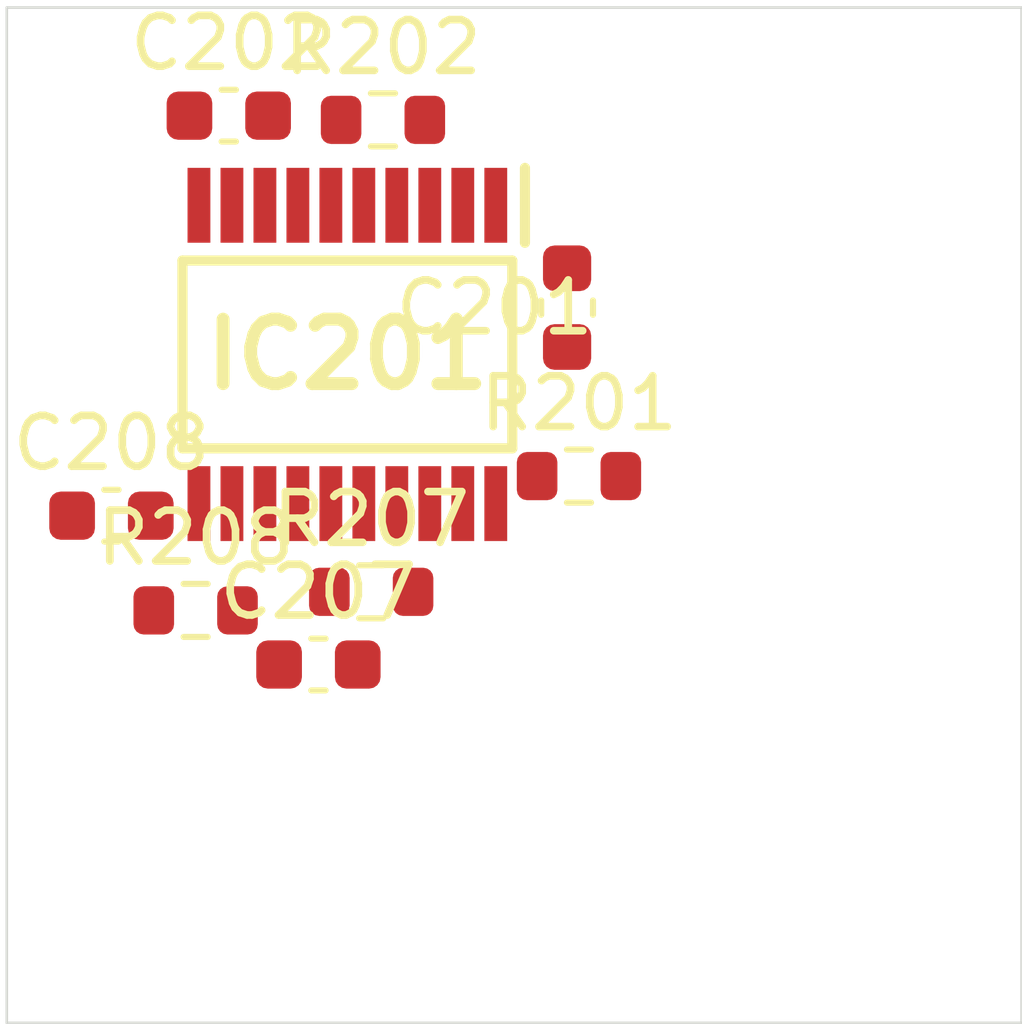
<source format=kicad_pcb>
 ( kicad_pcb  ( version 20171130 )
 ( host pcbnew 5.1.12-84ad8e8a86~92~ubuntu18.04.1 )
 ( general  ( thickness 1.6 )
 ( drawings 4 )
 ( tracks 0 )
 ( zones 0 )
 ( modules 9 )
 ( nets 19 )
)
 ( page A4 )
 ( layers  ( 0 F.Cu signal )
 ( 31 B.Cu signal )
 ( 32 B.Adhes user )
 ( 33 F.Adhes user )
 ( 34 B.Paste user )
 ( 35 F.Paste user )
 ( 36 B.SilkS user )
 ( 37 F.SilkS user )
 ( 38 B.Mask user )
 ( 39 F.Mask user )
 ( 40 Dwgs.User user )
 ( 41 Cmts.User user )
 ( 42 Eco1.User user )
 ( 43 Eco2.User user )
 ( 44 Edge.Cuts user )
 ( 45 Margin user )
 ( 46 B.CrtYd user )
 ( 47 F.CrtYd user )
 ( 48 B.Fab user )
 ( 49 F.Fab user )
)
 ( setup  ( last_trace_width 0.25 )
 ( trace_clearance 0.2 )
 ( zone_clearance 0.508 )
 ( zone_45_only no )
 ( trace_min 0.2 )
 ( via_size 0.8 )
 ( via_drill 0.4 )
 ( via_min_size 0.4 )
 ( via_min_drill 0.3 )
 ( uvia_size 0.3 )
 ( uvia_drill 0.1 )
 ( uvias_allowed no )
 ( uvia_min_size 0.2 )
 ( uvia_min_drill 0.1 )
 ( edge_width 0.05 )
 ( segment_width 0.2 )
 ( pcb_text_width 0.3 )
 ( pcb_text_size 1.5 1.5 )
 ( mod_edge_width 0.12 )
 ( mod_text_size 1 1 )
 ( mod_text_width 0.15 )
 ( pad_size 1.524 1.524 )
 ( pad_drill 0.762 )
 ( pad_to_mask_clearance 0 )
 ( aux_axis_origin 0 0 )
 ( visible_elements FFFFFF7F )
 ( pcbplotparams  ( layerselection 0x010fc_ffffffff )
 ( usegerberextensions false )
 ( usegerberattributes true )
 ( usegerberadvancedattributes true )
 ( creategerberjobfile true )
 ( excludeedgelayer true )
 ( linewidth 0.100000 )
 ( plotframeref false )
 ( viasonmask false )
 ( mode 1 )
 ( useauxorigin false )
 ( hpglpennumber 1 )
 ( hpglpenspeed 20 )
 ( hpglpendiameter 15.000000 )
 ( psnegative false )
 ( psa4output false )
 ( plotreference true )
 ( plotvalue true )
 ( plotinvisibletext false )
 ( padsonsilk false )
 ( subtractmaskfromsilk false )
 ( outputformat 1 )
 ( mirror false )
 ( drillshape 1 )
 ( scaleselection 1 )
 ( outputdirectory "" )
)
)
 ( net 0 "" )
 ( net 1 GND )
 ( net 2 /Sheet6235D886/ch0 )
 ( net 3 /Sheet6235D886/ch1 )
 ( net 4 /Sheet6235D886/ch2 )
 ( net 5 /Sheet6235D886/ch3 )
 ( net 6 /Sheet6235D886/ch4 )
 ( net 7 /Sheet6235D886/ch5 )
 ( net 8 /Sheet6235D886/ch6 )
 ( net 9 /Sheet6235D886/ch7 )
 ( net 10 VDD )
 ( net 11 VDDA )
 ( net 12 /Sheet6235D886/adc_csn )
 ( net 13 /Sheet6235D886/adc_sck )
 ( net 14 /Sheet6235D886/adc_sdi )
 ( net 15 /Sheet6235D886/adc_sdo )
 ( net 16 /Sheet6235D886/vp )
 ( net 17 /Sheet6248AD22/chn0 )
 ( net 18 /Sheet6248AD22/chn3 )
 ( net_class Default "This is the default net class."  ( clearance 0.2 )
 ( trace_width 0.25 )
 ( via_dia 0.8 )
 ( via_drill 0.4 )
 ( uvia_dia 0.3 )
 ( uvia_drill 0.1 )
 ( add_net /Sheet6235D886/adc_csn )
 ( add_net /Sheet6235D886/adc_sck )
 ( add_net /Sheet6235D886/adc_sdi )
 ( add_net /Sheet6235D886/adc_sdo )
 ( add_net /Sheet6235D886/ch0 )
 ( add_net /Sheet6235D886/ch1 )
 ( add_net /Sheet6235D886/ch2 )
 ( add_net /Sheet6235D886/ch3 )
 ( add_net /Sheet6235D886/ch4 )
 ( add_net /Sheet6235D886/ch5 )
 ( add_net /Sheet6235D886/ch6 )
 ( add_net /Sheet6235D886/ch7 )
 ( add_net /Sheet6235D886/vp )
 ( add_net /Sheet6248AD22/chn0 )
 ( add_net /Sheet6248AD22/chn3 )
 ( add_net GND )
 ( add_net VDD )
 ( add_net VDDA )
)
 ( module Capacitor_SMD:C_0603_1608Metric  ( layer F.Cu )
 ( tedit 5F68FEEE )
 ( tstamp 6234222D )
 ( at 91.042600 105.911000 90.000000 )
 ( descr "Capacitor SMD 0603 (1608 Metric), square (rectangular) end terminal, IPC_7351 nominal, (Body size source: IPC-SM-782 page 76, https://www.pcb-3d.com/wordpress/wp-content/uploads/ipc-sm-782a_amendment_1_and_2.pdf), generated with kicad-footprint-generator" )
 ( tags capacitor )
 ( path /6235D887/623691C5 )
 ( attr smd )
 ( fp_text reference C201  ( at 0 -1.43 )
 ( layer F.SilkS )
 ( effects  ( font  ( size 1 1 )
 ( thickness 0.15 )
)
)
)
 ( fp_text value 0.1uF  ( at 0 1.43 )
 ( layer F.Fab )
 ( effects  ( font  ( size 1 1 )
 ( thickness 0.15 )
)
)
)
 ( fp_line  ( start -0.8 0.4 )
 ( end -0.8 -0.4 )
 ( layer F.Fab )
 ( width 0.1 )
)
 ( fp_line  ( start -0.8 -0.4 )
 ( end 0.8 -0.4 )
 ( layer F.Fab )
 ( width 0.1 )
)
 ( fp_line  ( start 0.8 -0.4 )
 ( end 0.8 0.4 )
 ( layer F.Fab )
 ( width 0.1 )
)
 ( fp_line  ( start 0.8 0.4 )
 ( end -0.8 0.4 )
 ( layer F.Fab )
 ( width 0.1 )
)
 ( fp_line  ( start -0.14058 -0.51 )
 ( end 0.14058 -0.51 )
 ( layer F.SilkS )
 ( width 0.12 )
)
 ( fp_line  ( start -0.14058 0.51 )
 ( end 0.14058 0.51 )
 ( layer F.SilkS )
 ( width 0.12 )
)
 ( fp_line  ( start -1.48 0.73 )
 ( end -1.48 -0.73 )
 ( layer F.CrtYd )
 ( width 0.05 )
)
 ( fp_line  ( start -1.48 -0.73 )
 ( end 1.48 -0.73 )
 ( layer F.CrtYd )
 ( width 0.05 )
)
 ( fp_line  ( start 1.48 -0.73 )
 ( end 1.48 0.73 )
 ( layer F.CrtYd )
 ( width 0.05 )
)
 ( fp_line  ( start 1.48 0.73 )
 ( end -1.48 0.73 )
 ( layer F.CrtYd )
 ( width 0.05 )
)
 ( fp_text user %R  ( at 0 0 )
 ( layer F.Fab )
 ( effects  ( font  ( size 0.4 0.4 )
 ( thickness 0.06 )
)
)
)
 ( pad 2 smd roundrect  ( at 0.775 0 90.000000 )
 ( size 0.9 0.95 )
 ( layers F.Cu F.Mask F.Paste )
 ( roundrect_rratio 0.25 )
 ( net 1 GND )
)
 ( pad 1 smd roundrect  ( at -0.775 0 90.000000 )
 ( size 0.9 0.95 )
 ( layers F.Cu F.Mask F.Paste )
 ( roundrect_rratio 0.25 )
 ( net 2 /Sheet6235D886/ch0 )
)
 ( model ${KISYS3DMOD}/Capacitor_SMD.3dshapes/C_0603_1608Metric.wrl  ( at  ( xyz 0 0 0 )
)
 ( scale  ( xyz 1 1 1 )
)
 ( rotate  ( xyz 0 0 0 )
)
)
)
 ( module Capacitor_SMD:C_0603_1608Metric  ( layer F.Cu )
 ( tedit 5F68FEEE )
 ( tstamp 6234223E )
 ( at 84.374900 102.129000 )
 ( descr "Capacitor SMD 0603 (1608 Metric), square (rectangular) end terminal, IPC_7351 nominal, (Body size source: IPC-SM-782 page 76, https://www.pcb-3d.com/wordpress/wp-content/uploads/ipc-sm-782a_amendment_1_and_2.pdf), generated with kicad-footprint-generator" )
 ( tags capacitor )
 ( path /6235D887/62369EE0 )
 ( attr smd )
 ( fp_text reference C202  ( at 0 -1.43 )
 ( layer F.SilkS )
 ( effects  ( font  ( size 1 1 )
 ( thickness 0.15 )
)
)
)
 ( fp_text value 0.1uF  ( at 0 1.43 )
 ( layer F.Fab )
 ( effects  ( font  ( size 1 1 )
 ( thickness 0.15 )
)
)
)
 ( fp_line  ( start 1.48 0.73 )
 ( end -1.48 0.73 )
 ( layer F.CrtYd )
 ( width 0.05 )
)
 ( fp_line  ( start 1.48 -0.73 )
 ( end 1.48 0.73 )
 ( layer F.CrtYd )
 ( width 0.05 )
)
 ( fp_line  ( start -1.48 -0.73 )
 ( end 1.48 -0.73 )
 ( layer F.CrtYd )
 ( width 0.05 )
)
 ( fp_line  ( start -1.48 0.73 )
 ( end -1.48 -0.73 )
 ( layer F.CrtYd )
 ( width 0.05 )
)
 ( fp_line  ( start -0.14058 0.51 )
 ( end 0.14058 0.51 )
 ( layer F.SilkS )
 ( width 0.12 )
)
 ( fp_line  ( start -0.14058 -0.51 )
 ( end 0.14058 -0.51 )
 ( layer F.SilkS )
 ( width 0.12 )
)
 ( fp_line  ( start 0.8 0.4 )
 ( end -0.8 0.4 )
 ( layer F.Fab )
 ( width 0.1 )
)
 ( fp_line  ( start 0.8 -0.4 )
 ( end 0.8 0.4 )
 ( layer F.Fab )
 ( width 0.1 )
)
 ( fp_line  ( start -0.8 -0.4 )
 ( end 0.8 -0.4 )
 ( layer F.Fab )
 ( width 0.1 )
)
 ( fp_line  ( start -0.8 0.4 )
 ( end -0.8 -0.4 )
 ( layer F.Fab )
 ( width 0.1 )
)
 ( fp_text user %R  ( at 0 0 )
 ( layer F.Fab )
 ( effects  ( font  ( size 0.4 0.4 )
 ( thickness 0.06 )
)
)
)
 ( pad 1 smd roundrect  ( at -0.775 0 )
 ( size 0.9 0.95 )
 ( layers F.Cu F.Mask F.Paste )
 ( roundrect_rratio 0.25 )
 ( net 1 GND )
)
 ( pad 2 smd roundrect  ( at 0.775 0 )
 ( size 0.9 0.95 )
 ( layers F.Cu F.Mask F.Paste )
 ( roundrect_rratio 0.25 )
 ( net 3 /Sheet6235D886/ch1 )
)
 ( model ${KISYS3DMOD}/Capacitor_SMD.3dshapes/C_0603_1608Metric.wrl  ( at  ( xyz 0 0 0 )
)
 ( scale  ( xyz 1 1 1 )
)
 ( rotate  ( xyz 0 0 0 )
)
)
)
 ( module Capacitor_SMD:C_0603_1608Metric  ( layer F.Cu )
 ( tedit 5F68FEEE )
 ( tstamp 62342293 )
 ( at 86.141600 112.941000 )
 ( descr "Capacitor SMD 0603 (1608 Metric), square (rectangular) end terminal, IPC_7351 nominal, (Body size source: IPC-SM-782 page 76, https://www.pcb-3d.com/wordpress/wp-content/uploads/ipc-sm-782a_amendment_1_and_2.pdf), generated with kicad-footprint-generator" )
 ( tags capacitor )
 ( path /6235D887/6238B3FE )
 ( attr smd )
 ( fp_text reference C207  ( at 0 -1.43 )
 ( layer F.SilkS )
 ( effects  ( font  ( size 1 1 )
 ( thickness 0.15 )
)
)
)
 ( fp_text value 0.1uF  ( at 0 1.43 )
 ( layer F.Fab )
 ( effects  ( font  ( size 1 1 )
 ( thickness 0.15 )
)
)
)
 ( fp_line  ( start -0.8 0.4 )
 ( end -0.8 -0.4 )
 ( layer F.Fab )
 ( width 0.1 )
)
 ( fp_line  ( start -0.8 -0.4 )
 ( end 0.8 -0.4 )
 ( layer F.Fab )
 ( width 0.1 )
)
 ( fp_line  ( start 0.8 -0.4 )
 ( end 0.8 0.4 )
 ( layer F.Fab )
 ( width 0.1 )
)
 ( fp_line  ( start 0.8 0.4 )
 ( end -0.8 0.4 )
 ( layer F.Fab )
 ( width 0.1 )
)
 ( fp_line  ( start -0.14058 -0.51 )
 ( end 0.14058 -0.51 )
 ( layer F.SilkS )
 ( width 0.12 )
)
 ( fp_line  ( start -0.14058 0.51 )
 ( end 0.14058 0.51 )
 ( layer F.SilkS )
 ( width 0.12 )
)
 ( fp_line  ( start -1.48 0.73 )
 ( end -1.48 -0.73 )
 ( layer F.CrtYd )
 ( width 0.05 )
)
 ( fp_line  ( start -1.48 -0.73 )
 ( end 1.48 -0.73 )
 ( layer F.CrtYd )
 ( width 0.05 )
)
 ( fp_line  ( start 1.48 -0.73 )
 ( end 1.48 0.73 )
 ( layer F.CrtYd )
 ( width 0.05 )
)
 ( fp_line  ( start 1.48 0.73 )
 ( end -1.48 0.73 )
 ( layer F.CrtYd )
 ( width 0.05 )
)
 ( fp_text user %R  ( at 0 0 )
 ( layer F.Fab )
 ( effects  ( font  ( size 0.4 0.4 )
 ( thickness 0.06 )
)
)
)
 ( pad 2 smd roundrect  ( at 0.775 0 )
 ( size 0.9 0.95 )
 ( layers F.Cu F.Mask F.Paste )
 ( roundrect_rratio 0.25 )
 ( net 1 GND )
)
 ( pad 1 smd roundrect  ( at -0.775 0 )
 ( size 0.9 0.95 )
 ( layers F.Cu F.Mask F.Paste )
 ( roundrect_rratio 0.25 )
 ( net 8 /Sheet6235D886/ch6 )
)
 ( model ${KISYS3DMOD}/Capacitor_SMD.3dshapes/C_0603_1608Metric.wrl  ( at  ( xyz 0 0 0 )
)
 ( scale  ( xyz 1 1 1 )
)
 ( rotate  ( xyz 0 0 0 )
)
)
)
 ( module Capacitor_SMD:C_0603_1608Metric  ( layer F.Cu )
 ( tedit 5F68FEEE )
 ( tstamp 623422A4 )
 ( at 82.062500 110.009000 )
 ( descr "Capacitor SMD 0603 (1608 Metric), square (rectangular) end terminal, IPC_7351 nominal, (Body size source: IPC-SM-782 page 76, https://www.pcb-3d.com/wordpress/wp-content/uploads/ipc-sm-782a_amendment_1_and_2.pdf), generated with kicad-footprint-generator" )
 ( tags capacitor )
 ( path /6235D887/6238B404 )
 ( attr smd )
 ( fp_text reference C208  ( at 0 -1.43 )
 ( layer F.SilkS )
 ( effects  ( font  ( size 1 1 )
 ( thickness 0.15 )
)
)
)
 ( fp_text value 0.1uF  ( at 0 1.43 )
 ( layer F.Fab )
 ( effects  ( font  ( size 1 1 )
 ( thickness 0.15 )
)
)
)
 ( fp_line  ( start 1.48 0.73 )
 ( end -1.48 0.73 )
 ( layer F.CrtYd )
 ( width 0.05 )
)
 ( fp_line  ( start 1.48 -0.73 )
 ( end 1.48 0.73 )
 ( layer F.CrtYd )
 ( width 0.05 )
)
 ( fp_line  ( start -1.48 -0.73 )
 ( end 1.48 -0.73 )
 ( layer F.CrtYd )
 ( width 0.05 )
)
 ( fp_line  ( start -1.48 0.73 )
 ( end -1.48 -0.73 )
 ( layer F.CrtYd )
 ( width 0.05 )
)
 ( fp_line  ( start -0.14058 0.51 )
 ( end 0.14058 0.51 )
 ( layer F.SilkS )
 ( width 0.12 )
)
 ( fp_line  ( start -0.14058 -0.51 )
 ( end 0.14058 -0.51 )
 ( layer F.SilkS )
 ( width 0.12 )
)
 ( fp_line  ( start 0.8 0.4 )
 ( end -0.8 0.4 )
 ( layer F.Fab )
 ( width 0.1 )
)
 ( fp_line  ( start 0.8 -0.4 )
 ( end 0.8 0.4 )
 ( layer F.Fab )
 ( width 0.1 )
)
 ( fp_line  ( start -0.8 -0.4 )
 ( end 0.8 -0.4 )
 ( layer F.Fab )
 ( width 0.1 )
)
 ( fp_line  ( start -0.8 0.4 )
 ( end -0.8 -0.4 )
 ( layer F.Fab )
 ( width 0.1 )
)
 ( fp_text user %R  ( at 0 0 )
 ( layer F.Fab )
 ( effects  ( font  ( size 0.4 0.4 )
 ( thickness 0.06 )
)
)
)
 ( pad 1 smd roundrect  ( at -0.775 0 )
 ( size 0.9 0.95 )
 ( layers F.Cu F.Mask F.Paste )
 ( roundrect_rratio 0.25 )
 ( net 1 GND )
)
 ( pad 2 smd roundrect  ( at 0.775 0 )
 ( size 0.9 0.95 )
 ( layers F.Cu F.Mask F.Paste )
 ( roundrect_rratio 0.25 )
 ( net 9 /Sheet6235D886/ch7 )
)
 ( model ${KISYS3DMOD}/Capacitor_SMD.3dshapes/C_0603_1608Metric.wrl  ( at  ( xyz 0 0 0 )
)
 ( scale  ( xyz 1 1 1 )
)
 ( rotate  ( xyz 0 0 0 )
)
)
)
 ( module MCP3564R-E_ST:SOP65P640X120-20N locked  ( layer F.Cu )
 ( tedit 623351C2 )
 ( tstamp 623423D6 )
 ( at 86.712100 106.833000 270.000000 )
 ( descr "20-Lead Plastic Thin Shrink Small Outline (ST) - 4.4mm body [TSSOP]" )
 ( tags "Integrated Circuit" )
 ( path /6235D887/6235E071 )
 ( attr smd )
 ( fp_text reference IC201  ( at 0 0 )
 ( layer F.SilkS )
 ( effects  ( font  ( size 1.27 1.27 )
 ( thickness 0.254 )
)
)
)
 ( fp_text value MCP3564R-E_ST  ( at 0 0 )
 ( layer F.SilkS )
hide  ( effects  ( font  ( size 1.27 1.27 )
 ( thickness 0.254 )
)
)
)
 ( fp_line  ( start -3.925 -3.55 )
 ( end 3.925 -3.55 )
 ( layer Dwgs.User )
 ( width 0.05 )
)
 ( fp_line  ( start 3.925 -3.55 )
 ( end 3.925 3.55 )
 ( layer Dwgs.User )
 ( width 0.05 )
)
 ( fp_line  ( start 3.925 3.55 )
 ( end -3.925 3.55 )
 ( layer Dwgs.User )
 ( width 0.05 )
)
 ( fp_line  ( start -3.925 3.55 )
 ( end -3.925 -3.55 )
 ( layer Dwgs.User )
 ( width 0.05 )
)
 ( fp_line  ( start -2.2 -3.25 )
 ( end 2.2 -3.25 )
 ( layer Dwgs.User )
 ( width 0.1 )
)
 ( fp_line  ( start 2.2 -3.25 )
 ( end 2.2 3.25 )
 ( layer Dwgs.User )
 ( width 0.1 )
)
 ( fp_line  ( start 2.2 3.25 )
 ( end -2.2 3.25 )
 ( layer Dwgs.User )
 ( width 0.1 )
)
 ( fp_line  ( start -2.2 3.25 )
 ( end -2.2 -3.25 )
 ( layer Dwgs.User )
 ( width 0.1 )
)
 ( fp_line  ( start -2.2 -2.6 )
 ( end -1.55 -3.25 )
 ( layer Dwgs.User )
 ( width 0.1 )
)
 ( fp_line  ( start -1.85 -3.25 )
 ( end 1.85 -3.25 )
 ( layer F.SilkS )
 ( width 0.2 )
)
 ( fp_line  ( start 1.85 -3.25 )
 ( end 1.85 3.25 )
 ( layer F.SilkS )
 ( width 0.2 )
)
 ( fp_line  ( start 1.85 3.25 )
 ( end -1.85 3.25 )
 ( layer F.SilkS )
 ( width 0.2 )
)
 ( fp_line  ( start -1.85 3.25 )
 ( end -1.85 -3.25 )
 ( layer F.SilkS )
 ( width 0.2 )
)
 ( fp_line  ( start -3.675 -3.5 )
 ( end -2.2 -3.5 )
 ( layer F.SilkS )
 ( width 0.2 )
)
 ( pad 1 smd rect  ( at -2.938 -2.925 )
 ( size 0.45 1.475 )
 ( layers F.Cu F.Mask F.Paste )
 ( net 11 VDDA )
)
 ( pad 2 smd rect  ( at -2.938 -2.275 )
 ( size 0.45 1.475 )
 ( layers F.Cu F.Mask F.Paste )
 ( net 1 GND )
)
 ( pad 3 smd rect  ( at -2.938 -1.625 )
 ( size 0.45 1.475 )
 ( layers F.Cu F.Mask F.Paste )
 ( net 1 GND )
)
 ( pad 4 smd rect  ( at -2.938 -0.975 )
 ( size 0.45 1.475 )
 ( layers F.Cu F.Mask F.Paste )
)
 ( pad 5 smd rect  ( at -2.938 -0.325 )
 ( size 0.45 1.475 )
 ( layers F.Cu F.Mask F.Paste )
 ( net 2 /Sheet6235D886/ch0 )
)
 ( pad 6 smd rect  ( at -2.938 0.325 )
 ( size 0.45 1.475 )
 ( layers F.Cu F.Mask F.Paste )
 ( net 3 /Sheet6235D886/ch1 )
)
 ( pad 7 smd rect  ( at -2.938 0.975 )
 ( size 0.45 1.475 )
 ( layers F.Cu F.Mask F.Paste )
 ( net 4 /Sheet6235D886/ch2 )
)
 ( pad 8 smd rect  ( at -2.938 1.625 )
 ( size 0.45 1.475 )
 ( layers F.Cu F.Mask F.Paste )
 ( net 5 /Sheet6235D886/ch3 )
)
 ( pad 9 smd rect  ( at -2.938 2.275 )
 ( size 0.45 1.475 )
 ( layers F.Cu F.Mask F.Paste )
 ( net 6 /Sheet6235D886/ch4 )
)
 ( pad 10 smd rect  ( at -2.938 2.925 )
 ( size 0.45 1.475 )
 ( layers F.Cu F.Mask F.Paste )
 ( net 7 /Sheet6235D886/ch5 )
)
 ( pad 11 smd rect  ( at 2.938 2.925 )
 ( size 0.45 1.475 )
 ( layers F.Cu F.Mask F.Paste )
 ( net 8 /Sheet6235D886/ch6 )
)
 ( pad 12 smd rect  ( at 2.938 2.275 )
 ( size 0.45 1.475 )
 ( layers F.Cu F.Mask F.Paste )
 ( net 9 /Sheet6235D886/ch7 )
)
 ( pad 13 smd rect  ( at 2.938 1.625 )
 ( size 0.45 1.475 )
 ( layers F.Cu F.Mask F.Paste )
 ( net 12 /Sheet6235D886/adc_csn )
)
 ( pad 14 smd rect  ( at 2.938 0.975 )
 ( size 0.45 1.475 )
 ( layers F.Cu F.Mask F.Paste )
 ( net 13 /Sheet6235D886/adc_sck )
)
 ( pad 15 smd rect  ( at 2.938 0.325 )
 ( size 0.45 1.475 )
 ( layers F.Cu F.Mask F.Paste )
 ( net 14 /Sheet6235D886/adc_sdi )
)
 ( pad 16 smd rect  ( at 2.938 -0.325 )
 ( size 0.45 1.475 )
 ( layers F.Cu F.Mask F.Paste )
 ( net 15 /Sheet6235D886/adc_sdo )
)
 ( pad 17 smd rect  ( at 2.938 -0.975 )
 ( size 0.45 1.475 )
 ( layers F.Cu F.Mask F.Paste )
)
 ( pad 18 smd rect  ( at 2.938 -1.625 )
 ( size 0.45 1.475 )
 ( layers F.Cu F.Mask F.Paste )
)
 ( pad 19 smd rect  ( at 2.938 -2.275 )
 ( size 0.45 1.475 )
 ( layers F.Cu F.Mask F.Paste )
 ( net 1 GND )
)
 ( pad 20 smd rect  ( at 2.938 -2.925 )
 ( size 0.45 1.475 )
 ( layers F.Cu F.Mask F.Paste )
 ( net 10 VDD )
)
)
 ( module Resistor_SMD:R_0603_1608Metric  ( layer F.Cu )
 ( tedit 5F68FEEE )
 ( tstamp 6234250D )
 ( at 91.276800 109.229000 )
 ( descr "Resistor SMD 0603 (1608 Metric), square (rectangular) end terminal, IPC_7351 nominal, (Body size source: IPC-SM-782 page 72, https://www.pcb-3d.com/wordpress/wp-content/uploads/ipc-sm-782a_amendment_1_and_2.pdf), generated with kicad-footprint-generator" )
 ( tags resistor )
 ( path /6235D887/623641B7 )
 ( attr smd )
 ( fp_text reference R201  ( at 0 -1.43 )
 ( layer F.SilkS )
 ( effects  ( font  ( size 1 1 )
 ( thickness 0.15 )
)
)
)
 ( fp_text value 1k  ( at 0 1.43 )
 ( layer F.Fab )
 ( effects  ( font  ( size 1 1 )
 ( thickness 0.15 )
)
)
)
 ( fp_line  ( start -0.8 0.4125 )
 ( end -0.8 -0.4125 )
 ( layer F.Fab )
 ( width 0.1 )
)
 ( fp_line  ( start -0.8 -0.4125 )
 ( end 0.8 -0.4125 )
 ( layer F.Fab )
 ( width 0.1 )
)
 ( fp_line  ( start 0.8 -0.4125 )
 ( end 0.8 0.4125 )
 ( layer F.Fab )
 ( width 0.1 )
)
 ( fp_line  ( start 0.8 0.4125 )
 ( end -0.8 0.4125 )
 ( layer F.Fab )
 ( width 0.1 )
)
 ( fp_line  ( start -0.237258 -0.5225 )
 ( end 0.237258 -0.5225 )
 ( layer F.SilkS )
 ( width 0.12 )
)
 ( fp_line  ( start -0.237258 0.5225 )
 ( end 0.237258 0.5225 )
 ( layer F.SilkS )
 ( width 0.12 )
)
 ( fp_line  ( start -1.48 0.73 )
 ( end -1.48 -0.73 )
 ( layer F.CrtYd )
 ( width 0.05 )
)
 ( fp_line  ( start -1.48 -0.73 )
 ( end 1.48 -0.73 )
 ( layer F.CrtYd )
 ( width 0.05 )
)
 ( fp_line  ( start 1.48 -0.73 )
 ( end 1.48 0.73 )
 ( layer F.CrtYd )
 ( width 0.05 )
)
 ( fp_line  ( start 1.48 0.73 )
 ( end -1.48 0.73 )
 ( layer F.CrtYd )
 ( width 0.05 )
)
 ( fp_text user %R  ( at 0 0 )
 ( layer F.Fab )
 ( effects  ( font  ( size 0.4 0.4 )
 ( thickness 0.06 )
)
)
)
 ( pad 2 smd roundrect  ( at 0.825 0 )
 ( size 0.8 0.95 )
 ( layers F.Cu F.Mask F.Paste )
 ( roundrect_rratio 0.25 )
 ( net 16 /Sheet6235D886/vp )
)
 ( pad 1 smd roundrect  ( at -0.825 0 )
 ( size 0.8 0.95 )
 ( layers F.Cu F.Mask F.Paste )
 ( roundrect_rratio 0.25 )
 ( net 2 /Sheet6235D886/ch0 )
)
 ( model ${KISYS3DMOD}/Resistor_SMD.3dshapes/R_0603_1608Metric.wrl  ( at  ( xyz 0 0 0 )
)
 ( scale  ( xyz 1 1 1 )
)
 ( rotate  ( xyz 0 0 0 )
)
)
)
 ( module Resistor_SMD:R_0603_1608Metric  ( layer F.Cu )
 ( tedit 5F68FEEE )
 ( tstamp 6234251E )
 ( at 87.413700 102.212000 )
 ( descr "Resistor SMD 0603 (1608 Metric), square (rectangular) end terminal, IPC_7351 nominal, (Body size source: IPC-SM-782 page 72, https://www.pcb-3d.com/wordpress/wp-content/uploads/ipc-sm-782a_amendment_1_and_2.pdf), generated with kicad-footprint-generator" )
 ( tags resistor )
 ( path /6235D887/6236A646 )
 ( attr smd )
 ( fp_text reference R202  ( at 0 -1.43 )
 ( layer F.SilkS )
 ( effects  ( font  ( size 1 1 )
 ( thickness 0.15 )
)
)
)
 ( fp_text value 1k  ( at 0 1.43 )
 ( layer F.Fab )
 ( effects  ( font  ( size 1 1 )
 ( thickness 0.15 )
)
)
)
 ( fp_line  ( start 1.48 0.73 )
 ( end -1.48 0.73 )
 ( layer F.CrtYd )
 ( width 0.05 )
)
 ( fp_line  ( start 1.48 -0.73 )
 ( end 1.48 0.73 )
 ( layer F.CrtYd )
 ( width 0.05 )
)
 ( fp_line  ( start -1.48 -0.73 )
 ( end 1.48 -0.73 )
 ( layer F.CrtYd )
 ( width 0.05 )
)
 ( fp_line  ( start -1.48 0.73 )
 ( end -1.48 -0.73 )
 ( layer F.CrtYd )
 ( width 0.05 )
)
 ( fp_line  ( start -0.237258 0.5225 )
 ( end 0.237258 0.5225 )
 ( layer F.SilkS )
 ( width 0.12 )
)
 ( fp_line  ( start -0.237258 -0.5225 )
 ( end 0.237258 -0.5225 )
 ( layer F.SilkS )
 ( width 0.12 )
)
 ( fp_line  ( start 0.8 0.4125 )
 ( end -0.8 0.4125 )
 ( layer F.Fab )
 ( width 0.1 )
)
 ( fp_line  ( start 0.8 -0.4125 )
 ( end 0.8 0.4125 )
 ( layer F.Fab )
 ( width 0.1 )
)
 ( fp_line  ( start -0.8 -0.4125 )
 ( end 0.8 -0.4125 )
 ( layer F.Fab )
 ( width 0.1 )
)
 ( fp_line  ( start -0.8 0.4125 )
 ( end -0.8 -0.4125 )
 ( layer F.Fab )
 ( width 0.1 )
)
 ( fp_text user %R  ( at 0 0 )
 ( layer F.Fab )
 ( effects  ( font  ( size 0.4 0.4 )
 ( thickness 0.06 )
)
)
)
 ( pad 1 smd roundrect  ( at -0.825 0 )
 ( size 0.8 0.95 )
 ( layers F.Cu F.Mask F.Paste )
 ( roundrect_rratio 0.25 )
 ( net 3 /Sheet6235D886/ch1 )
)
 ( pad 2 smd roundrect  ( at 0.825 0 )
 ( size 0.8 0.95 )
 ( layers F.Cu F.Mask F.Paste )
 ( roundrect_rratio 0.25 )
 ( net 17 /Sheet6248AD22/chn0 )
)
 ( model ${KISYS3DMOD}/Resistor_SMD.3dshapes/R_0603_1608Metric.wrl  ( at  ( xyz 0 0 0 )
)
 ( scale  ( xyz 1 1 1 )
)
 ( rotate  ( xyz 0 0 0 )
)
)
)
 ( module Resistor_SMD:R_0603_1608Metric  ( layer F.Cu )
 ( tedit 5F68FEEE )
 ( tstamp 62342573 )
 ( at 87.182100 111.509000 )
 ( descr "Resistor SMD 0603 (1608 Metric), square (rectangular) end terminal, IPC_7351 nominal, (Body size source: IPC-SM-782 page 72, https://www.pcb-3d.com/wordpress/wp-content/uploads/ipc-sm-782a_amendment_1_and_2.pdf), generated with kicad-footprint-generator" )
 ( tags resistor )
 ( path /6235D887/6238B3F8 )
 ( attr smd )
 ( fp_text reference R207  ( at 0 -1.43 )
 ( layer F.SilkS )
 ( effects  ( font  ( size 1 1 )
 ( thickness 0.15 )
)
)
)
 ( fp_text value 1k  ( at 0 1.43 )
 ( layer F.Fab )
 ( effects  ( font  ( size 1 1 )
 ( thickness 0.15 )
)
)
)
 ( fp_line  ( start -0.8 0.4125 )
 ( end -0.8 -0.4125 )
 ( layer F.Fab )
 ( width 0.1 )
)
 ( fp_line  ( start -0.8 -0.4125 )
 ( end 0.8 -0.4125 )
 ( layer F.Fab )
 ( width 0.1 )
)
 ( fp_line  ( start 0.8 -0.4125 )
 ( end 0.8 0.4125 )
 ( layer F.Fab )
 ( width 0.1 )
)
 ( fp_line  ( start 0.8 0.4125 )
 ( end -0.8 0.4125 )
 ( layer F.Fab )
 ( width 0.1 )
)
 ( fp_line  ( start -0.237258 -0.5225 )
 ( end 0.237258 -0.5225 )
 ( layer F.SilkS )
 ( width 0.12 )
)
 ( fp_line  ( start -0.237258 0.5225 )
 ( end 0.237258 0.5225 )
 ( layer F.SilkS )
 ( width 0.12 )
)
 ( fp_line  ( start -1.48 0.73 )
 ( end -1.48 -0.73 )
 ( layer F.CrtYd )
 ( width 0.05 )
)
 ( fp_line  ( start -1.48 -0.73 )
 ( end 1.48 -0.73 )
 ( layer F.CrtYd )
 ( width 0.05 )
)
 ( fp_line  ( start 1.48 -0.73 )
 ( end 1.48 0.73 )
 ( layer F.CrtYd )
 ( width 0.05 )
)
 ( fp_line  ( start 1.48 0.73 )
 ( end -1.48 0.73 )
 ( layer F.CrtYd )
 ( width 0.05 )
)
 ( fp_text user %R  ( at 0 0 )
 ( layer F.Fab )
 ( effects  ( font  ( size 0.4 0.4 )
 ( thickness 0.06 )
)
)
)
 ( pad 2 smd roundrect  ( at 0.825 0 )
 ( size 0.8 0.95 )
 ( layers F.Cu F.Mask F.Paste )
 ( roundrect_rratio 0.25 )
 ( net 16 /Sheet6235D886/vp )
)
 ( pad 1 smd roundrect  ( at -0.825 0 )
 ( size 0.8 0.95 )
 ( layers F.Cu F.Mask F.Paste )
 ( roundrect_rratio 0.25 )
 ( net 8 /Sheet6235D886/ch6 )
)
 ( model ${KISYS3DMOD}/Resistor_SMD.3dshapes/R_0603_1608Metric.wrl  ( at  ( xyz 0 0 0 )
)
 ( scale  ( xyz 1 1 1 )
)
 ( rotate  ( xyz 0 0 0 )
)
)
)
 ( module Resistor_SMD:R_0603_1608Metric  ( layer F.Cu )
 ( tedit 5F68FEEE )
 ( tstamp 62342584 )
 ( at 83.721700 111.875000 )
 ( descr "Resistor SMD 0603 (1608 Metric), square (rectangular) end terminal, IPC_7351 nominal, (Body size source: IPC-SM-782 page 72, https://www.pcb-3d.com/wordpress/wp-content/uploads/ipc-sm-782a_amendment_1_and_2.pdf), generated with kicad-footprint-generator" )
 ( tags resistor )
 ( path /6235D887/6238B40A )
 ( attr smd )
 ( fp_text reference R208  ( at 0 -1.43 )
 ( layer F.SilkS )
 ( effects  ( font  ( size 1 1 )
 ( thickness 0.15 )
)
)
)
 ( fp_text value 1k  ( at 0 1.43 )
 ( layer F.Fab )
 ( effects  ( font  ( size 1 1 )
 ( thickness 0.15 )
)
)
)
 ( fp_line  ( start 1.48 0.73 )
 ( end -1.48 0.73 )
 ( layer F.CrtYd )
 ( width 0.05 )
)
 ( fp_line  ( start 1.48 -0.73 )
 ( end 1.48 0.73 )
 ( layer F.CrtYd )
 ( width 0.05 )
)
 ( fp_line  ( start -1.48 -0.73 )
 ( end 1.48 -0.73 )
 ( layer F.CrtYd )
 ( width 0.05 )
)
 ( fp_line  ( start -1.48 0.73 )
 ( end -1.48 -0.73 )
 ( layer F.CrtYd )
 ( width 0.05 )
)
 ( fp_line  ( start -0.237258 0.5225 )
 ( end 0.237258 0.5225 )
 ( layer F.SilkS )
 ( width 0.12 )
)
 ( fp_line  ( start -0.237258 -0.5225 )
 ( end 0.237258 -0.5225 )
 ( layer F.SilkS )
 ( width 0.12 )
)
 ( fp_line  ( start 0.8 0.4125 )
 ( end -0.8 0.4125 )
 ( layer F.Fab )
 ( width 0.1 )
)
 ( fp_line  ( start 0.8 -0.4125 )
 ( end 0.8 0.4125 )
 ( layer F.Fab )
 ( width 0.1 )
)
 ( fp_line  ( start -0.8 -0.4125 )
 ( end 0.8 -0.4125 )
 ( layer F.Fab )
 ( width 0.1 )
)
 ( fp_line  ( start -0.8 0.4125 )
 ( end -0.8 -0.4125 )
 ( layer F.Fab )
 ( width 0.1 )
)
 ( fp_text user %R  ( at 0 0 )
 ( layer F.Fab )
 ( effects  ( font  ( size 0.4 0.4 )
 ( thickness 0.06 )
)
)
)
 ( pad 1 smd roundrect  ( at -0.825 0 )
 ( size 0.8 0.95 )
 ( layers F.Cu F.Mask F.Paste )
 ( roundrect_rratio 0.25 )
 ( net 9 /Sheet6235D886/ch7 )
)
 ( pad 2 smd roundrect  ( at 0.825 0 )
 ( size 0.8 0.95 )
 ( layers F.Cu F.Mask F.Paste )
 ( roundrect_rratio 0.25 )
 ( net 18 /Sheet6248AD22/chn3 )
)
 ( model ${KISYS3DMOD}/Resistor_SMD.3dshapes/R_0603_1608Metric.wrl  ( at  ( xyz 0 0 0 )
)
 ( scale  ( xyz 1 1 1 )
)
 ( rotate  ( xyz 0 0 0 )
)
)
)
 ( gr_line  ( start 100 100 )
 ( end 100 120 )
 ( layer Edge.Cuts )
 ( width 0.05 )
 ( tstamp 62E770C4 )
)
 ( gr_line  ( start 80 120 )
 ( end 100 120 )
 ( layer Edge.Cuts )
 ( width 0.05 )
 ( tstamp 62E770C0 )
)
 ( gr_line  ( start 80 100 )
 ( end 100 100 )
 ( layer Edge.Cuts )
 ( width 0.05 )
 ( tstamp 6234110C )
)
 ( gr_line  ( start 80 100 )
 ( end 80 120 )
 ( layer Edge.Cuts )
 ( width 0.05 )
)
)

</source>
